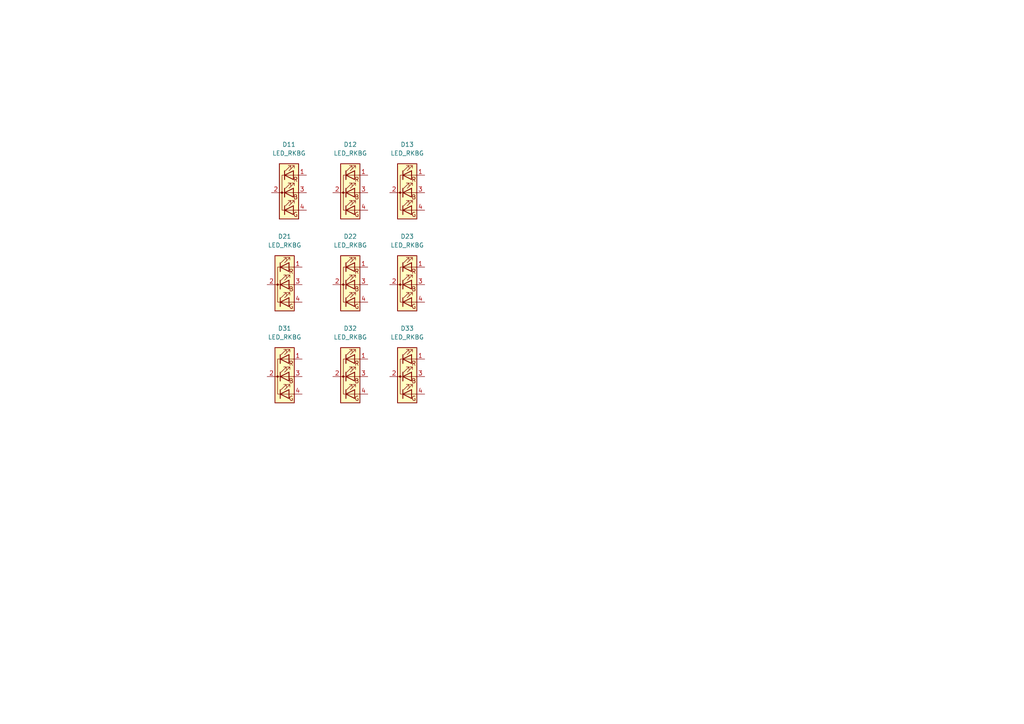
<source format=kicad_sch>
(kicad_sch (version 20211123) (generator eeschema)
  (paper "A4")
  (lib_symbols
    (symbol "TicTacToe:LED_RKBG"
      (property "Reference" "D" (at 0 10.16 0))
      (property "Value" "LED_RKBG" (at 0 -8.89 0))
      (symbol "LED_RKBG_0_0"
        (text "B" (at 1.905 -1.27 0) (effects (font (size 1.27 1.27))))
        (text "G" (at 1.905 -6.35 0) (effects (font (size 1.27 1.27))))
        (text "R" (at 1.905 3.81 0) (effects (font (size 1.27 1.27))))
      )
      (symbol "LED_RKBG_0_1"
        (circle (center -2.032 0) (radius 0.254) (fill (type outline)))
        (polyline (pts (xy -1.27 -5.08) (xy 1.27 -5.08)))
        (polyline (pts (xy -1.27 -3.81) (xy -1.27 -6.35)) (stroke (width 0.254)))
        (polyline (pts (xy -1.27 0) (xy -2.54 0)))
        (polyline (pts (xy -1.27 1.27) (xy -1.27 -1.27)) (stroke (width 0.254)))
        (polyline (pts (xy -1.27 5.08) (xy 1.27 5.08)))
        (polyline (pts (xy -1.27 6.35) (xy -1.27 3.81)) (stroke (width 0.254)))
        (polyline (pts (xy 1.27 -5.08) (xy 2.54 -5.08)))
        (polyline (pts (xy 1.27 0) (xy -1.27 0)))
        (polyline (pts (xy 1.27 0) (xy 2.54 0)))
        (polyline (pts (xy 1.27 5.08) (xy 2.54 5.08)))
        (polyline (pts (xy -1.27 1.27) (xy -1.27 -1.27) (xy -1.27 -1.27)))
        (polyline (pts (xy -1.27 6.35) (xy -1.27 3.81) (xy -1.27 3.81)))
        (polyline (pts (xy -1.27 5.08) (xy -2.032 5.08) (xy -2.032 -5.08) (xy -1.016 -5.08)))
        (polyline (pts (xy 1.27 -3.81) (xy 1.27 -6.35) (xy -1.27 -5.08) (xy 1.27 -3.81)) (stroke (width 0.254)))
        (polyline (pts (xy 1.27 1.27) (xy 1.27 -1.27) (xy -1.27 0) (xy 1.27 1.27)) (stroke (width 0.254)))
        (polyline (pts (xy 1.27 6.35) (xy 1.27 3.81) (xy -1.27 5.08) (xy 1.27 6.35)) (stroke (width 0.254)))
        (polyline (pts (xy -1.016 -3.81) (xy 0.508 -2.286) (xy -0.254 -2.286) (xy 0.508 -2.286) (xy 0.508 -3.048)))
        (polyline (pts (xy -1.016 1.27) (xy 0.508 2.794) (xy -0.254 2.794) (xy 0.508 2.794) (xy 0.508 2.032)))
        (polyline (pts (xy -1.016 6.35) (xy 0.508 7.874) (xy -0.254 7.874) (xy 0.508 7.874) (xy 0.508 7.112)))
        (polyline (pts (xy 0 -3.81) (xy 1.524 -2.286) (xy 0.762 -2.286) (xy 1.524 -2.286) (xy 1.524 -3.048)))
        (polyline (pts (xy 0 1.27) (xy 1.524 2.794) (xy 0.762 2.794) (xy 1.524 2.794) (xy 1.524 2.032)))
        (polyline (pts (xy 0 6.35) (xy 1.524 7.874) (xy 0.762 7.874) (xy 1.524 7.874) (xy 1.524 7.112)))
        (rectangle (start 1.27 -1.27) (end 1.27 1.27))
        (rectangle (start 1.27 1.27) (end 1.27 1.27))
        (rectangle (start 1.27 3.81) (end 1.27 6.35))
        (rectangle (start 1.27 6.35) (end 1.27 6.35))
        (rectangle (start 2.794 8.382) (end -2.794 -7.62) (stroke (width 0.254)) (fill (type background)))
      )
      (symbol "LED_RKBG_1_1"
        (pin passive line (at 5.08 5.08 180) (length 2.54) (name "") (number "1"))
        (pin passive line (at -5.08 0 0) (length 2.54) (name "") (number "2"))
        (pin passive line (at 5.08 0 180) (length 2.54) (name "") (number "3"))
        (pin passive line (at 5.08 -5.08 180) (length 2.54) (name "") (number "4"))
      )
    )
  )
  (symbol (lib_id "TicTacToe:LED_RKBG") (at 118.11 55.88 0) (unit 1)
    (property "Reference" "D13" (at 118.11 41.91 0))
    (property "Value" "LED_RKBG" (at 118.11 44.45 0))
  )
  (symbol (lib_id "TicTacToe:LED_RKBG") (at 83.82 55.88 0) (unit 1)
    (property "Reference" "D11" (at 83.82 41.91 0))
    (property "Value" "LED_RKBG" (at 83.82 44.45 0))
  )
  (symbol (lib_id "TicTacToe:LED_RKBG") (at 101.6 109.22 0) (unit 1)
    (property "Reference" "D32" (at 101.6 95.25 0))
    (property "Value" "LED_RKBG" (at 101.6 97.79 0))
  )
  (symbol (lib_id "TicTacToe:LED_RKBG") (at 118.11 82.55 0) (unit 1)
    (property "Reference" "D23" (at 118.11 68.58 0))
    (property "Value" "LED_RKBG" (at 118.11 71.12 0))
  )
  (symbol (lib_id "TicTacToe:LED_RKBG") (at 101.6 55.88 0) (unit 1)
    (property "Reference" "D12" (at 101.6 41.91 0))
    (property "Value" "LED_RKBG" (at 101.6 44.45 0))
  )
  (symbol (lib_id "TicTacToe:LED_RKBG") (at 101.6 82.55 0) (unit 1)
    (property "Reference" "D22" (at 101.6 68.58 0))
    (property "Value" "LED_RKBG" (at 101.6 71.12 0))
  )
  (symbol (lib_id "TicTacToe:LED_RKBG") (at 118.11 109.22 0) (unit 1)
    (property "Reference" "D33" (at 118.11 95.25 0))
    (property "Value" "LED_RKBG" (at 118.11 97.79 0))
  )
  (symbol (lib_id "TicTacToe:LED_RKBG") (at 82.55 82.55 0) (unit 1)
    (property "Reference" "D21" (at 82.55 68.58 0))
    (property "Value" "LED_RKBG" (at 82.55 71.12 0))
  )
  (symbol (lib_id "TicTacToe:LED_RKBG") (at 82.55 109.22 0) (unit 1)
    (property "Reference" "D31" (at 82.55 95.25 0))
    (property "Value" "LED_RKBG" (at 82.55 97.79 0))
  )
)
</source>
